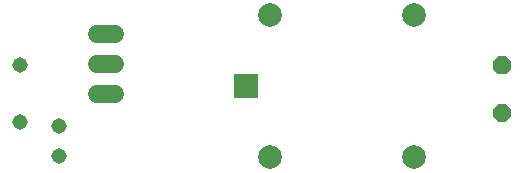
<source format=gbr>
G04 EAGLE Gerber RS-274X export*
G75*
%MOMM*%
%FSLAX34Y34*%
%LPD*%
%INTop Copper*%
%IPPOS*%
%AMOC8*
5,1,8,0,0,1.08239X$1,22.5*%
G01*
%ADD10C,1.308000*%
%ADD11R,2.000000X2.000000*%
%ADD12C,2.000000*%
%ADD13C,1.524000*%

G36*
X493358Y391177D02*
X493358Y391177D01*
X493360Y391177D01*
X497824Y395640D01*
X497824Y395643D01*
X497825Y395644D01*
X497825Y401956D01*
X497823Y401958D01*
X497824Y401960D01*
X493360Y406424D01*
X493358Y406424D01*
X493357Y406424D01*
X493356Y406425D01*
X487044Y406425D01*
X487042Y406423D01*
X487040Y406424D01*
X482577Y401960D01*
X482576Y401958D01*
X482576Y401957D01*
X482575Y401956D01*
X482575Y395644D01*
X482577Y395642D01*
X482577Y395640D01*
X487040Y391177D01*
X487043Y391176D01*
X487044Y391175D01*
X493356Y391175D01*
X493358Y391177D01*
G37*
G36*
X493358Y351177D02*
X493358Y351177D01*
X493360Y351177D01*
X497824Y355640D01*
X497824Y355643D01*
X497825Y355644D01*
X497825Y361956D01*
X497823Y361958D01*
X497824Y361960D01*
X493360Y366424D01*
X493358Y366424D01*
X493357Y366424D01*
X493356Y366425D01*
X487044Y366425D01*
X487042Y366423D01*
X487040Y366424D01*
X482577Y361960D01*
X482576Y361958D01*
X482576Y361957D01*
X482575Y361956D01*
X482575Y355644D01*
X482577Y355642D01*
X482577Y355640D01*
X487040Y351177D01*
X487043Y351176D01*
X487044Y351175D01*
X493356Y351175D01*
X493358Y351177D01*
G37*
D10*
X82300Y399250D03*
X82300Y350750D03*
D11*
X273500Y381200D03*
D12*
X415500Y441200D03*
X415500Y321200D03*
X293500Y441200D03*
X293500Y321200D03*
D10*
X115320Y347180D03*
X115320Y321780D03*
D13*
X147380Y425400D02*
X162620Y425400D01*
X162620Y400000D02*
X147380Y400000D01*
X147380Y374600D02*
X162620Y374600D01*
M02*

</source>
